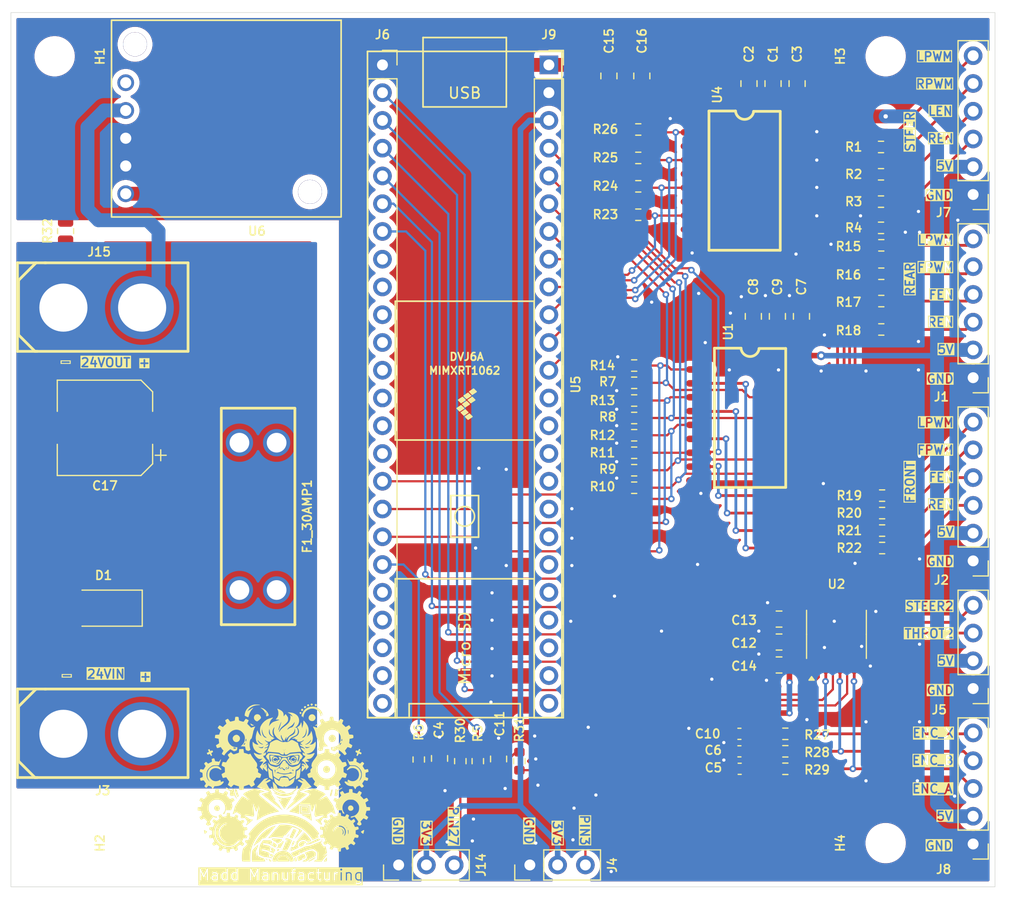
<source format=kicad_pcb>
(kicad_pcb (version 20241229) (generator "pcbnew") (generator_version "9.0")
  (layers (0 "F.Cu" signal) (2 "B.Cu" signal) (13 "F.Paste" user) (15 "B.Paste" user) (5 "F.SilkS" user "F.Silkscreen") (7 "B.SilkS" user "B.Silkscreen") (1 "F.Mask" user) (3 "B.Mask" user) (25 "Edge.Cuts" user))
  (net 0 "")
  (net 1 "+5V")
  (net 2 "GND")
  (net 3 "Net-(C5-Pad1)")
  (net 4 "Net-(C6-Pad1)")
  (net 5 "Net-(C10-Pad1)")
  (net 6 "+3.3V")
  (net 7 "Net-(J4-Pin_3)")
  (net 8 "GNDPWR")
  (net 9 "Net-(J14-Pin_3)")
  (net 11 "Net-(J6-Pin_19)")
  (net 12 "Net-(J6-Pin_22)")
  (net 13 "Net-(J6-Pin_21)")
  (net 14 "Net-(U4-1Y1)")
  (net 15 "/PIN_STEER_LPWM")
  (net 16 "Net-(U4-1Y2)")
  (net 17 "/PIN_STEER_RPWM")
  (net 18 "Net-(U4-1Y3)")
  (net 19 "/PIN_STEER_LEN")
  (net 20 "Net-(U4-1Y4)")
  (net 21 "/PIN_STEER_REN")
  (net 22 "Net-(J6-Pin_11)")
  (net 23 "/PIN_3")
  (net 24 "Net-(J6-Pin_23)")
  (net 25 "/PIN_27")
  (net 26 "/PIN_19")
  (net 27 "/PIN_20")
  (net 28 "/PIN_21")
  (net 29 "/PIN_22")
  (net 30 "/PIN_23")
  (net 31 "/PIN_24")
  (net 32 "Net-(U1-1Y1)")
  (net 33 "/PIN_REAR_RPWM")
  (net 34 "Net-(U1-1Y2)")
  (net 35 "/PIN_REAR_FPWM")
  (net 36 "/PIN_REAR_FEN")
  (net 37 "Net-(U1-1Y3)")
  (net 38 "Net-(U1-1Y4)")
  (net 39 "/PIN_REAR_REN")
  (net 40 "/PIN_FRONT_RPWM")
  (net 41 "Net-(U1-2Y1)")
  (net 42 "Net-(U1-2Y2)")
  (net 43 "/PIN_FRONT_FPWM")
  (net 44 "/PIN_FRONT_FEN")
  (net 45 "Net-(U1-2Y3)")
  (net 46 "Net-(U1-2Y4)")
  (net 47 "/PIN_FRONT_REN")
  (net 48 "/PIN_18")
  (net 49 "/PIN_17")
  (net 50 "/PIN_16")
  (net 51 "/PIN_15")
  (net 52 "/PIN_ENC_X")
  (net 53 "/PIN_ENC_B")
  (net 54 "/PIN_ENC_A")
  (net 55 "/PIN_26")
  (net 56 "/PIN_25")
  (net 58 "/PIN_4")
  (net 59 "/PIN_2")
  (net 60 "/PIN_0")
  (net 63 "/PIN_5")
  (net 64 "/PIN_STEERING2")
  (net 66 "/PIN_1")
  (net 67 "/PIN_THROTTLE2")
  (net 72 "Net-(J6-Pin_12)")
  (net 73 "Net-(J6-Pin_5)")
  (net 74 "Net-(J6-Pin_14)")
  (net 75 "Net-(J6-Pin_9)")
  (net 76 "Net-(J6-Pin_10)")
  (net 77 "Net-(J6-Pin_13)")
  (net 78 "Net-(J6-Pin_24)")
  (net 79 "Net-(J6-Pin_15)")
  (net 80 "Net-(J6-Pin_20)")
  (net 81 "Net-(J6-Pin_8)")
  (net 82 "Net-(J9-Pin_22)")
  (net 83 "Net-(J9-Pin_14)")
  (net 84 "Net-(J9-Pin_24)")
  (net 85 "Net-(J9-Pin_18)")
  (net 86 "Net-(J9-Pin_21)")
  (net 87 "Net-(J9-Pin_15)")
  (net 88 "Net-(J9-Pin_19)")
  (net 89 "Net-(J9-Pin_20)")
  (net 90 "Net-(J9-Pin_17)")
  (net 91 "Net-(J9-Pin_23)")
  (net 92 "Net-(J9-Pin_13)")
  (net 93 "Net-(J9-Pin_16)")
  (net 94 "+24V")
  (net 95 "/24VIN")
  (footprint "Capacitor_SMD:C_0603_1608Metric" (layer "F.Cu") (at 146.625 103.6 180)
    (property "Reference" "C6")
    (property "Value" "100pF")
  )
  (footprint "Resistor_SMD:R_0603_1608Metric" (layer "F.Cu") (at 137 77.88 180)
    (property "Reference" "R9")
    (property "Value" "10k")
  )
  (footprint "Capacitor_SMD:C_0805_2012Metric" (layer "F.Cu") (at 149.7 42.5 90)
    (property "Reference" "C1")
    (property "Value" "100nF")
  )
  (footprint "Resistor_SMD:R_0603_1608Metric" (layer "F.Cu") (at 137 69.88 180)
    (property "Reference" "R7")
    (property "Value" "10k")
  )
  (footprint "Resistor_SMD:R_0603_1608Metric" (layer "F.Cu") (at 126.5 104.5 -90)
    (property "Reference" "R31")
    (property "Value" "100R")
  )
  (footprint "Resistor_SMD:R_0603_1608Metric" (layer "F.Cu") (at 137 74.68 180)
    (property "Reference" "R12")
    (property "Value" "10k")
  )
  (footprint "Library:D24V50F5" (layer "F.Cu") (at 89.2 36.705 -90)
    (property "Reference" "U6")
    (property "Value" "D24V50F5")
  )
  (footprint "Capacitor_SMD:C_0805_2012Metric" (layer "F.Cu") (at 150.25 91.5 180)
    (property "Reference" "C13")
    (property "Value" "1uF")
  )
  (footprint "Resistor_SMD:R_0603_1608Metric" (layer "F.Cu") (at 137 68.3 180)
    (property "Reference" "R14")
    (property "Value" "10k")
  )
  (footprint "Capacitor_SMD:C_0805_2012Metric" (layer "F.Cu") (at 147.5 42.5 90)
    (property "Reference" "C2")
    (property "Value" "1uF")
  )
  (footprint "Library:SOIC-20_L12.8-W7.5-P1.27-LS10.3-BL" (layer "F.Cu") (at 147.1 51.4 -90)
    (property "Reference" "U4")
    (property "Value" "SN74AHCT244")
  )
  (footprint "Connector_PinHeader_2.54mm:PinHeader_1x06_P2.54mm_Vertical" (layer "F.Cu") (at 168 69.4125 180)
    (property "Reference" "J1")
    (property "Value" "Conn_01x06")
  )
  (footprint "Resistor_SMD:R_0603_1608Metric" (layer "F.Cu") (at 159.6 57.3)
    (property "Reference" "R15")
    (property "Value" "33R")
  )
  (footprint "MountingHole:MountingHole_3.2mm_M3" (layer "F.Cu") (at 84 40 -90)
    (property "Reference" "H1")
    (property "Value" "MountingHole")
  )
  (footprint "Capacitor_SMD:C_0805_2012Metric" (layer "F.Cu") (at 150.25 95.7 180)
    (property "Reference" "C14")
    (property "Value" "10uF")
  )
  (footprint "Capacitor_SMD:C_0805_2012Metric" (layer "F.Cu") (at 152.3 63.8 90)
    (property "Reference" "C7")
    (property "Value" "100nF")
  )
  (footprint "Capacitor_SMD:C_0603_1608Metric" (layer "F.Cu") (at 146.65 105.2 180)
    (property "Reference" "C5")
    (property "Value" "100pF")
  )
  (footprint "MountingHole:MountingHole_3.2mm_M3" (layer "F.Cu") (at 160 40 90)
    (property "Reference" "H3")
    (property "Value" "MountingHole")
  )
  (footprint "Connector_PinHeader_2.54mm:PinHeader_1x03_P2.54mm_Vertical" (layer "F.Cu") (at 127.46 114 90)
    (property "Reference" "J4")
    (property "Value" "Conn_01x03")
  )
  (footprint "Connector_PinHeader_2.54mm:PinHeader_1x03_P2.54mm_Vertical" (layer "F.Cu") (at 115.46 114 90)
    (property "Reference" "J14")
    (property "Value" "Conn_01x03")
  )
  (footprint "Capacitor_SMD:C_0805_2012Metric" (layer "F.Cu") (at 137.7 41.8 90)
    (property "Reference" "C16")
    (property "Value" "4.7uF")
  )
  (footprint "Capacitor_SMD:C_0805_2012Metric" (layer "F.Cu") (at 150.25 93.6 180)
    (property "Reference" "C12")
    (property "Value" "100nF")
  )
  (footprint "Resistor_SMD:R_0603_1608Metric" (layer "F.Cu") (at 159.575 50.8)
    (property "Reference" "R2")
    (property "Value" "33R")
  )
  (footprint "Resistor_SMD:R_0603_1608Metric" (layer "F.Cu") (at 137.375 46.7 180)
    (property "Reference" "R26")
    (property "Value" "10k")
  )
  (footprint "Resistor_SMD:R_0603_1608Metric" (layer "F.Cu") (at 159.6 62.4)
    (property "Reference" "R17")
    (property "Value" "33R")
  )
  (footprint "Connector_PinHeader_2.54mm:PinHeader_1x04_P2.54mm_Vertical" (layer "F.Cu") (at 168 97.8575 180)
    (property "Reference" "J5")
    (property "Value" "Conn_01x04")
  )
  (footprint "Resistor_SMD:R_0603_1608Metric" (layer "F.Cu") (at 137 79.48 180)
    (property "Reference" "R10")
    (property "Value" "10k")
  )
  (footprint "Capacitor_SMD:C_0805_2012Metric" (layer "F.Cu") (at 119.2 104.25 90)
    (property "Reference" "C4")
    (property "Value" "100nF")
  )
  (footprint "Resistor_SMD:R_0603_1608Metric" (layer "F.Cu") (at 117.3 104.35 90)
    (property "Reference" "R6")
    (property "Value" "33R")
  )
  (footprint "Capacitor_SMD:C_0603_1608Metric" (layer "F.Cu") (at 146.625 102 180)
    (property "Reference" "C10")
    (property "Value" "100pF")
  )
  (footprint "Resistor_SMD:R_0603_1608Metric" (layer "F.Cu") (at 122.7 104.5 90)
    (property "Reference" "R5")
    (property "Value" "33R")
  )
  (footprint "Resistor_SMD:R_0603_1608Metric" (layer "F.Cu") (at 150.825 102)
    (property "Reference" "R27")
    (property "Value" "100R")
  )
  (footprint "Resistor_SMD:R_0805_2012Metric" (layer "F.Cu") (at 85 56 90)
    (property "Reference" "R32")
    (property "Value" "0R")
  )
  (footprint "Capacitor_SMD:C_0805_2012Metric" (layer "F.Cu") (at 124.6 104.3 90)
    (property "Reference" "C11")
    (property "Value" "100nF")
  )
  (footprint "Resistor_SMD:R_0603_1608Metric" (layer "F.Cu") (at 137 73.1 180)
    (property "Reference" "R8")
    (property "Value" "10k")
  )
  (footprint "Resistor_SMD:R_0603_1608Metric" (layer "F.Cu") (at 159.675 85)
    (property "Reference" "R22")
    (property "Value" "33R")
  )
  (footprint "Capacitor_SMD:CP_Elec_8x10.5" (layer "F.Cu") (at 88.6 74 180)
    (property "Reference" "C17")
    (property "Value" "220uF/35V")
  )
  (footprint "Package_SO:TSSOP-16_4.4x5mm_P0.65mm" (layer "F.Cu") (at 155.5 92.9 90)
    (property "Reference" "U2")
    (property "Value" "CD74HC4050")
  )
  (footprint "Connector_PinSocket_2.54mm:PinSocket_1x24_P2.54mm_Vertical" (layer "F.Cu") (at 129.2 40.79)
    (property "Reference" "J9")
    (property "Value" "Conn_01x24")
  )
  (footprint "Resistor_SMD:R_0603_1608Metric" (layer "F.Cu") (at 150.825 103.6)
    (property "Reference" "R28")
    (property "Value" "100R")
  )
  (footprint "Capacitor_SMD:C_0805_2012Metric" (layer "F.Cu") (at 151.9 42.5 90)
    (property "Reference" "C3")
    (property "Value" "10uF")
  )
  (footprint "Connector_PinHeader_2.54mm:PinHeader_1x05_P2.54mm_Vertical" (layer "F.Cu") (at 168 112.08 180)
    (property "Reference" "J8")
    (property "Value" "Conn_01x05")
  )
  (footprint "Library:FUSE-TH_4P-L19.8-W6.7_3557-2" (layer "F.Cu") (at 102.6 82.1 -90)
    (property "Reference" "F1_30AMP1")
    (property "Value" "Fuse")
  )
  (footprint "Resistor_SMD:R_0603_1608Metric" (layer "F.Cu") (at 159.675 83.4)
    (property "Reference" "R21")
    (property "Value" "33R")
  )
  (footprint "Library:CONN-TH_XT60" (layer "F.Cu") (at 88.4 63)
    (property "Reference" "J15")
    (property "Value" "XT60-M.")
  )
  (footprint "Connector_PinHeader_2.54mm:PinHeader_1x06_P2.54mm_Vertical" (layer "F.Cu") (at 168 86.175 180)
    (property "Reference" "J2")
    (property "Value" "Conn_01x06")
  )
  (footprint "Resistor_SMD:R_0603_1608Metric" (layer "F.Cu") (at 159.6 65)
    (property "Reference" "R18")
    (property "Value" "33R")
  )
  (footprint "Resistor_SMD:R_0603_1608Metric" (layer "F.Cu") (at 159.675 81.8)
    (property "Reference" "R20")
    (property "Value" "33R")
  )
  (footprint "Resistor_SMD:R_0603_1608Metric" (layer "F.Cu") (at 159.575 48.3)
    (property "Reference" "R1")
    (property "Value" "33R")
  )
  (footprint "LOGO" (layer "F.Cu") (at 105 106.5)
    (property "Reference" "G***" (hide yes))
    (property "Value" "LOGO" (hide yes))
  )
  (footprint "Library:SOIC-20_L12.8-W7.5-P1.27-LS10.3-BL" (layer "F.Cu") (at 147.6 73.1 -90)
    (property "Reference" "U1")
    (property "Value" "SN74AHCT244")
  )
  (footprint "Diode_SMD:D_SMA" (layer "F.Cu") (at 88.5 90.5 180)
    (property "Reference" "D1")
    (property "Value" "SMAJ33A")
  )
  (footprint "Resistor_SMD:R_0603_1608Metric" (layer "F.Cu") (at 137 71.5 180)
    (property "Reference" "R13")
    (property "Value" "10k")
  )
  (footprint "Resistor_SMD:R_0603_1608Metric" (layer "F.Cu") (at 137.375 51.9 180)
    (property "Reference" "R24")
    (property "Value" "10k")
  )
  (footprint "Resistor_SMD:R_0603_1608Metric" (layer "F.Cu") (at 159.675 80.2)
    (property "Reference" "R19")
    (property "Value" "33R")
  )
  (footprint "Library:Teensy41" (layer "F.Cu") (at 121.5 70.035 -90)
    (property "Reference" "U5")
    (property "Value" "Teensy4.1")
  )
  (footprint "Resistor_SMD:R_0603_1608Metric" (layer "F.Cu") (at 159.575 55.7)
    (property "Reference" "R4")
    (property "Value" "33R")
  )
  (footprint "Resistor_SMD:R_0603_1608Metric" (layer "F.Cu") (at 137 76.28 180)
    (property "Reference" "R11")
    (property "Value" "10k")
  )
  (footprint "MountingHole:MountingHole_3.2mm_M3" (layer "F.Cu") (at 84 112 -90)
    (property "Reference" "H2")
    (property "Value" "MountingHole")
  )
  (footprint "Capacitor_SMD:C_0805_2012Metric" (layer "F.Cu") (at 134.69 41.8 90)
    (property "Reference" "C15")
    (property "Value" "100nF")
  )
  (footprint "Capacitor_SMD:C_0805_2012Metric" (layer "F.Cu") (at 147.9 63.8 90)
    (property "Reference" "C8")
    (property "Value" "1uF")
  )
  (footprint "Resistor_SMD:R_0603_1608Metric" (layer "F.Cu") (at 159.575 53.3)
    (property "Reference" "R3")
    (property "Value" "33R")
  )
  (footprint "Capacitor_SMD:C_0805_2012Metric" (layer "F.Cu") (at 150.1 63.8 90)
    (property "Reference" "C9")
    (property "Value" "10uF")
  )
  (footprint "Library:CONN-TH_XT60" (layer "F.Cu") (at 88.4 102)
    (property "Reference" "J3")
    (property "Value" "XT60-M.")
  )
  (footprint "Resistor_SMD:R_0603_1608Metric" (layer "F.Cu") (at 159.6 59.9)
    (property "Reference" "R16")
    (property "Value" "33R")
  )
  (footprint "Resistor_SMD:R_0603_1608Metric" (layer "F.Cu") (at 137.375 54.5 180)
    (property "Reference" "R23")
    (property "Value" "10k")
  )
  (footprint "Resistor_SMD:R_0603_1608Metric" (layer "F.Cu") (at 150.825 105.2)
    (property "Reference" "R29")
    (property "Value" "100R")
  )
  (footprint "Resistor_SMD:R_0603_1608Metric" (layer "F.Cu") (at 121.1 104.5 -90)
    (property "Reference" "R30")
    (property "Value" "100R")
  )
  (footprint "Connector_PinSocket_2.54mm:PinSocket_1x24_P2.54mm_Vertical" (layer "F.Cu") (at 113.98 40.79)
    (property "Reference" "J6")
    (property "Value" "Conn_01x24")
  )
  (footprint "Resistor_SMD:R_0603_1608Metric" (layer "F.Cu") (at 137.375 49.3 180)
    (property "Reference" "R25")
    (property "Value" "10k")
  )
  (footprint "MountingHole:MountingHole_3.2mm_M3" (layer "F.Cu") (at 160 112 90)
    (property "Reference" "H4")
    (property "Value" "MountingHole")
  )
  (footprint "Connector_PinHeader_2.54mm:PinHeader_1x06_P2.54mm_Vertical" (layer "F.Cu") (at 168 52.65 180)
    (property "Reference" "J7")
    (property "Value" "Conn_01x06")
  )
  (gr_rect (start 80 36) (end 170 116) (stroke (width 0.05)) (fill no) (layer "Edge.Cuts"))
  (gr_text "LEN" (at 166.2 45.5 0) (layer "F.SilkS" knockout) (effects (font (size 0.8 0.8) (thickness 0.15) (bold yes)) (justify right bottom)))
  (gr_text "REN" (at 166.3 48 0) (layer "F.SilkS" knockout) (effects (font (size 0.8 0.8) (thickness 0.15) (bold yes)) (justify right bottom)))
  (gr_text "Madd Manufacturing" (at 97 115.5 0) (layer "F.SilkS" knockout) (effects (font (size 1 1) (thickness 0.1)) (justify left bottom)))
  (gr_text "REN" (at 166.3 81.5 0) (layer "F.SilkS" knockout) (effects (font (size 0.8 0.8) (thickness 0.15) (bold yes)) (justify right bottom)))
  (gr_text "GND" (at 166.3 70 0) (layer "F.SilkS" knockout) (effects (font (size 0.8 0.8) (thickness 0.15) (bold yes)) (justify right bottom)))
  (gr_text "ENC_X" (at 166.3 102.4 0) (layer "F.SilkS" knockout) (effects (font (size 0.8 0.8) (thickness 0.15) (bold yes)) (justify right bottom)))
  (gr_text "GND" (at 166.3 86.7 0) (layer "F.SilkS" knockout) (effects (font (size 0.8 0.8) (thickness 0.15) (bold yes)) (justify right bottom)))
  (gr_text "PIN3" (at 132 112.3 270) (layer "F.SilkS" knockout) (effects (font (size 0.8 0.8) (thickness 0.15) (bold yes)) (justify right bottom)))
  (gr_text "GND" (at 166.2 112.7 0) (layer "F.SilkS" knockout) (effects (font (size 0.8 0.8) (thickness 0.15) (bold yes)) (justify right bottom)))
  (gr_text "3V3" (at 117.5 112.3 270) (layer "F.SilkS" knockout) (effects (font (size 0.8 0.8) (thickness 0.15) (bold yes)) (justify right bottom)))
  (gr_text "5V" (at 166.2 50.5 0) (layer "F.SilkS" knockout) (effects (font (size 0.8 0.8) (thickness 0.15) (bold yes)) (justify right bottom)))
  (gr_text "GND" (at 166.3 98.5 0) (layer "F.SilkS" knockout) (effects (font (size 0.8 0.8) (thickness 0.15) (bold yes)) (justify right bottom)))
  (gr_text "GND" (at 166.2 53.2 0) (layer "F.SilkS" knockout) (effects (font (size 0.8 0.8) (thickness 0.15) (bold yes)) (justify right bottom)))
  (gr_text "STEER2" (at 166.3 90.8 0) (layer "F.SilkS" knockout) (effects (font (size 0.8 0.8) (thickness 0.15) (bold yes)) (justify right bottom)))
  (gr_text "FPWM" (at 166.3 76.5 0) (layer "F.SilkS" knockout) (effects (font (size 0.8 0.8) (thickness 0.15) (bold yes)) (justify right bottom)))
  (gr_text "REAR" (at 162.7 58.8 90) (layer "F.SilkS" knockout) (effects (font (size 0.8 0.8) (thickness 0.15) (bold yes)) (justify right bottom)))
  (gr_text "REN" (at 166.3 64.8 0) (layer "F.SilkS" knockout) (effects (font (size 0.8 0.8) (thickness 0.15) (bold yes)) (justify right bottom)))
  (gr_text "GND" (at 126.9 112.2 270) (layer "F.SilkS" knockout) (effects (font (size 0.8 0.8) (thickness 0.15) (bold yes)) (justify right bottom)))
  (gr_text "3V3" (at 129.5 112.3 270) (layer "F.SilkS" knockout) (effects (font (size 0.8 0.8) (thickness 0.15) (bold yes)) (justify right bottom)))
  (gr_text "24VIN" (at 90.5 97 0) (layer "F.SilkS" knockout) (effects (font (size 0.8 0.8) (thickness 0.15) (bold yes)) (justify right bottom)))
  (gr_text "ENC_B" (at 166.3 104.9 0) (layer "F.SilkS" knockout) (effects (font (size 0.8 0.8) (thickness 0.15) (bold yes)) (justify right bottom)))
  (gr_text "5V" (at 166.2 110 0) (layer "F.SilkS" knockout) (effects (font (size 0.8 0.8) (thickness 0.15) (bold yes)) (justify right bottom)))
  (gr_text "5V" (at 166.3 95.8 0) (layer "F.SilkS" knockout) (effects (font (size 0.8 0.8) (thickness 0.15) (bold yes)) (justify right bottom)))
  (gr_text "PIN27" (at 120 112.3 270) (layer "F.SilkS" knockout) (effects (font (size 0.8 0.8) (thickness 0.15) (bold yes)) (justify right bottom)))
  (gr_text "ENC_A" (at 166.2 107.5 0) (layer "F.SilkS" knockout) (effects (font (size 0.8 0.8) (thickness 0.15) (bold yes)) (justify right bottom)))
  (gr_text "LPWM" (at 166.3 57.3 0) (layer "F.SilkS" knockout) (effects (font (size 0.8 0.8) (thickness 0.15) (bold yes)) (justify right bottom)))
  (gr_text "RPWM" (at 166.3 43 0) (layer "F.SilkS" knockout) (effects (font (size 0.8 0.8) (thickness 0.15) (bold yes)) (justify right bottom)))
  (gr_text "+" (at 92.9 97.2 0) (layer "F.SilkS" knockout) (effects (font (size 0.8 0.8) (thickness 0.15) (bold yes)) (justify right bottom)))
  (gr_text "FPWM" (at 166.3 59.8 0) (layer "F.SilkS" knockout) (effects (font (size 0.8 0.8) (thickness 0.15) (bold yes)) (justify right bottom)))
  (gr_text "LPWM" (at 166.2 40.5 0) (layer "F.SilkS" knockout) (effects (font (size 0.8 0.8) (thickness 0.15) (bold yes)) (justify right bottom)))
  (gr_text "STEER" (at 162.7 45 90) (layer "F.SilkS" knockout) (effects (font (size 0.8 0.8) (thickness 0.15) (bold yes)) (justify right bottom)))
  (gr_text "FEN" (at 166.3 62.3 0) (layer "F.SilkS" knockout) (effects (font (size 0.8 0.8) (thickness 0.15) (bold yes)) (justify right bottom)))
  (gr_text "24VOUT" (at 91 68.5 0) (layer "F.SilkS" knockout) (effects (font (size 0.8 0.8) (thickness 0.15) (bold yes)) (justify right bottom)))
  (gr_text "FEN" (at 166.3 79 0) (layer "F.SilkS" knockout) (effects (font (size 0.8 0.8) (thickness 0.15) (bold yes)) (justify right bottom)))
  (gr_text "5V" (at 166.3 67.3 0) (layer "F.SilkS" knockout) (effects (font (size 0.8 0.8) (thickness 0.15) (bold yes)) (justify right bottom)))
  (gr_text "5V" (at 166.3 84 0) (layer "F.SilkS" knockout) (effects (font (size 0.8 0.8) (thickness 0.15) (bold yes)) (justify right bottom)))
  (gr_text "-" (at 85.7 97.1 0) (layer "F.SilkS" knockout) (effects (font (size 0.8 0.8) (thickness 0.15) (bold yes)) (justify right bottom)))
  (gr_text "THROT2" (at 166.3 93.3 0) (layer "F.SilkS" knockout) (effects (font (size 0.8 0.8) (thickness 0.15) (bold yes)) (justify right bottom)))
  (gr_text "GND" (at 114.9 112.2 270) (layer "F.SilkS" knockout) (effects (font (size 0.8 0.8) (thickness 0.15) (bold yes)) (justify right bottom)))
  (gr_text "FRONT" (at 162.7 77 90) (layer "F.SilkS" knockout) (effects (font (size 0.8 0.8) (thickness 0.15) (bold yes)) (justify right bottom)))
  (gr_text "-" (at 85.6 68.4 0) (layer "F.SilkS" knockout) (effects (font (size 0.8 0.8) (thickness 0.15) (bold yes)) (justify right bottom)))
  (gr_text "+" (at 92.8 68.5 0) (layer "F.SilkS" knockout) (effects (font (size 0.8 0.8) (thickness 0.15) (bold yes)) (justify right bottom)))
  (gr_text "LPWM" (at 166.3 74 0) (layer "F.SilkS" knockout) (effects (font (size 0.8 0.8) (thickness 0.15) (bold yes)) (justify right bottom)))
  (segment (start 154.95 43.45) (end 157 45.5) (width 1.27) (layer "F.Cu") (net 1))
  (segment (start 154.09 67.39) (end 154.1 67.4) (width 0.508) (layer "F.Cu") (net 1))
  (segment (start 152.3 67.39) (end 154.09 67.39) (width 0.508) (layer "F.Cu") (net 1))
  (segment (start 102.33 47.67) (end 97.42 52.58) (width 1.27) (layer "F.Cu") (net 1))
  (segment (start 157 45.5) (end 160 45.5) (width 1.27) (layer "F.Cu") (net 1))
  (segment (start 151.8 45.69) (end 151.8 43.55) (width 0.508) (layer "F.Cu") (net 1))
  (segment (start 151.9 43.45) (end 154.95 43.45) (width 1.27) (layer "F.Cu") (net 1))
  (segment (start 151.8 43.55) (end 151.9 43.45) (width 0.508) (layer "F.Cu") (net 1))
  (segment (start 102.33 41.37) (end 105.7 38) (width 1.27) (layer "F.Cu") (net 1))
  (segment (start 152.3 64.75) (end 147.9 64.75) (width 0.508) (layer "F.Cu") (net 1))
  (segment (start 141.39 40.79) (end 144.05 43.45) (width 1.27) (layer "F.Cu") (net 1))
  (segment (start 97.42 52.58) (end 90.5 52.58) (width 1.27) (layer "F.Cu") (net 1))
  (segment (start 126.09 40.79) (end 129.2 40.79) (width 1.27) (layer "F.Cu") (net 1))
  (segment (start 147.5 43.45) (end 151.9 43.45) (width 1.27) (layer "F.Cu") (net 1))
  (segment (start 129.2 40.79) (end 141.39 40.79) (width 1.27) (layer "F.Cu") (net 1))
  (segment (start 105.7 38) (end 123.3 38) (width 1.27) (layer "F.Cu") (net 1))
  (segment (start 152.3 64.75) (end 152.3 67.39) (width 0.508) (layer "F.Cu") (net 1))
  (segment (start 123.3 38) (end 126.09 40.79) (width 1.27) (layer "F.Cu") (net 1))
  (segment (start 102.33 41.37) (end 102.33 47.67) (width 1.27) (layer "F.Cu") (net 1))
  (segment (start 144.05 43.45) (end 147.5 43.45) (width 1.27) (layer "F.Cu") (net 1))
  (via (at 154.1 67.4) (size 0.8) (drill 0.4) (layers "F.Cu" "B.Cu") (net 1))
  (via (at 160 45.5) (size 0.8) (drill 0.4) (layers "F.Cu" "B.Cu") (net 1))
  (segment (start 154.1 67.4) (end 164.7 67.4) (width 0.508) (layer "B.Cu") (net 1))
  (segment (start 160 45.5) (end 162.5 45.5) (width 1.27) (layer "B.Cu") (net 1))
  (segment (start 164.7 50.2) (end 164.7 66.8) (width 1.27) (layer "B.Cu") (net 1))
  (segment (start 168 83.635) (end 164.765 83.635) (width 1.27) (layer "B.Cu") (net 1))
  (segment (start 162.5 45.5) (end 164.7 47.7) (width 1.27) (layer "B.Cu") (net 1))
  (segment (start 164.765 83.635) (end 164.7 83.7) (width 1.27) (layer "B.Cu") (net 1))
  (segment (start 164.7725 66.8725) (end 164.7 66.8) (width 1.27) (layer "B.Cu") (net 1))
  (segment (start 164.7 83.7) (end 164.7 95.3) (width 1.27) (layer "B.Cu") (net 1))
  (segment (start 168 66.8725) (end 164.7725 66.8725) (width 1.27) (layer "B.Cu") (net 1))
  (segment (start 164.7175 95.3175) (end 164.7 95.3) (width 1.27) (layer "B.Cu") (net 1))
  (segment (start 168 50.11) (end 164.79 50.11) (width 1.27) (layer "B.Cu") (net 1))
  (segment (start 165.86 109.54) (end 168 109.54) (width 1.27) (layer "B.Cu") (net 1))
  (segment (start 164.7 95.3) (end 164.7 108.38) (width 1.27) (layer "B.Cu") (net 1))
  (segment (start 168 95.3175) (end 164.7175 95.3175) (width 1.27) (layer "B.Cu") (net 1))
  (segment (start 164.7 47.7) (end 164.7 50.2) (width 1.27) (layer "B.Cu") (net 1))
  (segment (start 164.7 66.8) (end 164.7 67.4) (width 1.27) (layer "B.Cu") (net 1))
  (segment (start 164.7 67.4) (end 164.7 83.7) (width 1.27) (layer "B.Cu") (net 1))
  (segment (start 164.79 50.11) (end 164.7 50.2) (width 1.27) (layer "B.Cu") (net 1))
  (segment (start 164.7 108.38) (end 165.86 109.54) (width 1.27) (layer "B.Cu") (net 1))
  (segment (start 142.4 45.69) (end 140.31 45.69) (width 0.508) (layer "F.Cu") (net 2))
  (segment (start 140.31 45.69) (end 140.3 45.7) (width 0.508) (layer "F.Cu") (net 2))
  (via (at 145.8 63.5) (size 0.6) (drill 0.3) (layers "F.Cu" "B.Cu") (net 2))
  (via (at 131.3 84.1) (size 0.6) (drill 0.3) (layers "F.Cu" "B.Cu") (net 2))
  (via (at 144.1 97) (size 0.6) (drill 0.3) (layers "F.Cu" "B.Cu") (net 2))
  (via (at 125.3 86.6) (size 0.6) (drill 0.3) (layers "F.Cu" "B.Cu") (net 2))
  (via (at 124 89.1) (size 0.6) (drill 0.3) (layers "F.Cu" "B.Cu") (net 2))
  (via (at 149 61.9) (size 0.6) (drill 0.3) (layers "F.Cu" "B.Cu") (net 2))
  (via (at 123.9 99.1) (size 0.6) (drill 0.3) (layers "F.Cu" "B.Cu") (net 2))
  (via (at 124 91.6) (size 0.6) (drill 0.3) (layers "F.Cu" "B.Cu") (net 2))
  (via (at 125.3 77.8) (size 0.6) (drill 0.3) (layers "F.Cu" "B.Cu") (net 2))
  (via (at 151.2 61.9) (size 0.6) (drill 0.3) (layers "F.Cu" "B.Cu") (net 2))
  (via (at 163.1 76.6) (size 0.6) (drill 0.3) (layers "F.Cu" "B.Cu") (net 2))
  (via (at 132.8 101.4) (size 0.6) (drill 0.3) (layers "F.Cu" "B.Cu") (net 2))
  (via (at 135.4 75.4) (size 0.6) (drill 0.3) (layers "F.Cu" "B.Cu") (net 2))
  (via (at 155.3 91.7) (size 0.6) (drill 0.3) (layers "F.Cu" "B.Cu") (net 2))
  (via (at 142.8 86.5) (size 0.6) (drill 0.3) (layers "F.Cu" "B.Cu") (net 2))
  (via (at 157.8 94) (size 0.6) (drill 0.3) (layers "F.Cu" "B.Cu") (net 2))
  (via (at 122.3 109.8) (size 0.6) (drill 0.3) (layers "F.Cu" "B.Cu") (net 2))
  (via (at 135.2 89.4) (size 0.6) (drill 0.3) (layers "F.Cu" "B.Cu") (net 2))
  (via (at 150.2 68.7) (size 0.6) (drill 0.3) (layers "F.Cu" "B.Cu") (net 2))
  (via (at 146.8 62) (size 0.6) (drill 0.3) (layers "F.Cu" "B.Cu") (net 2))
  (via (at 145.2 104.4) (size 0.6) (drill 0.3) (layers "F.Cu" "B.Cu") (net 2))
  (via (at 143.5 66.2) (size 0.6) (drill 0.3) (layers "F.Cu" "B.Cu") (net 2))
  (via (at 128 112) (size 0.6) (drill 0.3) (layers "F.Cu" "B.Cu") (net 2))
  (via (at 142.3 58) (size 0.6) (drill 0.3) (layers "F.Cu" "B.Cu") (net 2))
  (via (at 155 57.2) (size 0.6) (drill 0.3) (layers "F.Cu" "B.Cu") (net 2))
  (via (at 159.1 90.8) (size 0.6) (drill 0.3) (layers "F.Cu" "B.Cu") (net 2))
  (via (at 135.4 78.6) (size 0.6) (drill 0.3) (layers "F.Cu" "B.Cu") (net 2))
  (via (at 135.4 70.6) (size 0.6) (drill 0.3) (layers "F.Cu" "B.Cu") (net 2))
  (via (at 131.5 108.8) (size 0.6) (drill 0.3) (layers "F.Cu" "B.Cu") (net 2))
  (via (at 157.2 86.4) (size 0.6) (drill 0.3) (layers "F.Cu" "B.Cu") (net 2))
  (via (at 151.8 58.1) (size 0.6) (drill 0.3) (layers "F.Cu" "B.Cu") (net 2))
  (via (at 127.9 102.2) (size 0.6) (drill 0.3) (layers "F.Cu" "B.Cu") (net 2))
  (via (at 154.4 94.1) (size 0.6) (drill 0.3) (layers "F.Cu" "B.Cu") (net 2))
  (via (at 142 101.5) (size 0.6) (drill 0.3) (layers "F.Cu" "B.Cu") (net 2))
  (via (at 142.9 61.7) (size 0.6) (drill 0.3) (layers "F.Cu" "B.Cu") (net 2))
  (via (at 154.1 68.8) (size 0.6) (drill 0.3) (layers "F.Cu" "B.Cu") (net 2))
  (via (at 149.1 97.1) (size 0.6) (drill 0.3) (layers "F.Cu" "B.Cu") (net 2))
  (via (at 119.9 111.9) (size 0.6) (drill 0.3) (layers "F.Cu" "B.Cu") (net 2))
  (via (at 166.3 107.7) (size 0.6) (drill 0.3) (layers "F.Cu" "B.Cu") (net 2))
  (via (at 148.4 94.7) (size 0.6) (drill 0.3) (layers "F.Cu" "B.Cu") (net 2))
  (via (at 163 54.2) (size 0.6) (drill 0.3) (layers "F.Cu" "B.Cu") (net 2))
  (via (at 140.3 45.7) (size 0.6) (drill 0.3) (layers "F.Cu" "B.Cu") (net 2))
  (via (at 143.1 80) (size 0.6) (drill 0.3) (layers "F.Cu" "B.Cu") (net 2))
  (via (at 133.5 107.6) (size 0.6) (drill 0.3) (layers "F.Cu" "B.Cu") (net 2))
  (via (at 122.5 85) (size 0.6) (drill 0.3) (layers "F.Cu" "B.Cu") (net 2))
  (via (at 135.4 73.8) (size 0.6) (drill 0.3) (layers "F.Cu" "B.Cu") (net 2))
  (via (at 122.2 111.8) (size 0.6) (drill 0.3) (layers "F.Cu" "B.Cu") (net 2))
  (via (at 124 94.2) (size 0.6) (drill 0.3) (layers "F.Cu" "B.Cu") (net 2))
  (via (at 163.1 56.1) (size 0.6) (drill 0.3) (layers "F.Cu" "B.Cu") (net 2))
  (via (at 128 104.3) (size 0.6) (drill 0.3) (layers "F.Cu" "B.Cu") (net 2))
  (via (at 163.1 86) (size 0.6) (drill 0.3) (layers "F.Cu" "B.Cu") (net 2))
  (via (at 124.6 102.4) (size 0.6) (drill 0.3) (layers "F.Cu" "B.Cu") (net 2))
  (via (at 128.2 106.7) (size 0.6) (drill 0.3) (layers "F.Cu" "B.Cu") (net 2))
  (via (at 135.5 67.5) (size 0.6) (drill 0.3) (layers "F.Cu" "B.Cu") (net 2))
  (via (at 138.6 62.5) (size 0.6) (drill 0.3) (layers "F.Cu" "B.Cu") (net 2))
  (via (at 148.4 92.6) (size 0.6) (drill 0.3) (layers "F.Cu" "B.Cu") (net 2))
  (via (at 145.2 102.8) (size 0.6) (drill 0.3) (layers "F.Cu" "B.Cu") (net 2))
  (via (at 154.3 79.1) (size 0.6) (drill 0.3) (layers "F.Cu" "B.Cu") (net 2))
  (via (at 163.1 93.8) (size 0.6) (drill 0.3) (layers "F.Cu" "B.Cu") (net 2))
  (via (at 158.2 106.3) (size 0.6) (drill 0.3) (layers "F.Cu" "B.Cu") (net 2))
  (via (at 131.3 86.6) (size 0.6) (drill 0.3) (layers "F.Cu" "B.Cu") (net 2))
  (via (at 163.1 100.9) (size 0.6) (drill 0.3) (layers "F.Cu" "B.Cu") (net 2))
  (via (at 125.2 107) (size 0.6) (drill 0.3) (layers "F.Cu" "B.Cu") (net 2))
  (via (at 157.7 54.6) (size 0.6) (drill 0.3) (layers "F.Cu" "B.Cu") (net 2))
  (via (at 153.7 46.9) (size 0.6) (drill 0.3) (layers "F.Cu" "B.Cu") (net 2))
  (via (at 163 66.1) (size 0.6) (drill 0.3) (layers "F.Cu" "B.Cu") (net 2))
  (via (at 158.2 100.9) (size 0.6) (drill 0.3) (layers "F.Cu" "B.Cu") (net 2))
  (via (at 163 68.7) (size 0.6) (drill 0.3) (layers "F.Cu" "B.Cu") (net 2))
  (via (at 153.7 54.6) (size 0.6) (drill 0.3) (layers "F.Cu" "B.Cu") (net 2))
  (via (at 166.6 55) (size 0.6) (drill 0.3) (layers "F.Cu" "B.Cu") (net 2))
  (via (at 131.2 91.7) (size 0.6) (drill 0.3) (layers "F.Cu" "B.Cu") (net 2))
  (via (at 139.5 92.6) (size 0.6) (drill 0.3) (layers "F.Cu" "B.Cu") (net 2))
  (via (at 153.7 52) (size 0.6) (drill 0.3) (layers "F.Cu" "B.Cu") (net 2))
  (via (at 119.2 102.3) (size 0.6) (drill 0.3) (layers "F.Cu" "B.Cu") (net 2))
  (via (at 149.2 90) (size 0.6) (drill 0.3) (layers "F.Cu" "B.Cu") (net 2))
  (via (at 163.1 90.7) (size 0.6) (drill 0.3) (layers "F.Cu" "B.Cu") (net 2))
  (via (at 119.7 107.2) (size 0.6) (drill 0.3) (layers "F.Cu" "B.Cu") (net 2))
  (via (at 134.9 114.6) (size 0.6) (drill 0.3) (layers "F.Cu" "B.Cu") (net 2))
  (via (at 161.8 56.1) (size 0.6) (drill 0.3) (layers "F.Cu" "B.Cu") (net 2))
  (via (at 145.7 68.7) (size 0.6) (drill 0.3) (layers "F.Cu" "B.Cu") (net 2))
  (via (at 158.2 68.8) (size 0.6) (drill 0.3) (layers "F.Cu" "B.Cu") (net 2))
  (via (at 154.4 65.5) (size 0.6) (drill 0.3) (layers "F.Cu" "B.Cu") (net 2))
  (via (at 135.4 72.3) (size 0.6) (drill 0.3) (layers "F.Cu" "B.Cu") (net 2))
  (via (at 131.4 111.7) (size 0.6) (drill 0.3) (layers "F.Cu" "B.Cu") (net 2))
  (via (at 152.8 100.7) (size 0.6) (drill 0.3) (layers "F.Cu" "B.Cu") (net 2))
  (via (at 124 96.7) (size 0.6) (drill 0.3) (layers "F.Cu" "B.Cu") (net 2))
  (via (at 135.4 77.1) (size 0.6) (drill 0.3) (layers "F.Cu" "B.Cu") (net 2))
  (via (at 153.7 49.5) (size 0.6) (drill 0.3) (layers "F.Cu" "B.Cu") (net 2))
  (via (at 158.6 95.8) (size 0.6) (drill 0.3) (layers "F.Cu" "B.Cu") (net 2))
  (via (at 162.9 106.3) (size 0.6) (drill 0.3) (layers "F.Cu" "B.Cu") (net 2))
  (via (at 131.3 81.4) (size 0.6) (drill 0.3) (layers "F.Cu" "B.Cu") (net 2))
  (via (at 122.8 77.7) (size 0.6) (drill 0.3) (layers "F.Cu" "B.Cu") (net 2))
  (segment (start 150 105.2) (end 147.425 105.2) (width 0.254) (layer "F.Cu") (net 3))
  (segment (start 150 103.6) (end 147.4 103.6) (width 0.254) (layer "F.Cu") (net 4))
  (segment (start 150 102) (end 147.4 102) (width 0.254) (layer "F.Cu") (net 5))
  (segment (start 151.2 93.6) (end 153 93.6) (width 0.4064) (layer "F.Cu") (net 6))
  (segment (start 151.2 100.1) (end 131.9 100.1) (width 0.508) (layer "F.Cu") (net 6))
  (segment (start 131.1 100.9) (end 126.6 100.9) (width 0.508) (layer "F.Cu") (net 6))
  (segment (start 151.2 91.5) (end 151.2 95.7) (width 0.508) (layer "F.Cu") (net 6))
  (segment (start 131.9 100.1) (end 131.1 100.9) (width 0.508) (layer "F.Cu") (net 6))
  (segment (start 153.225 93.825) (end 153.225 95.7625) (width 0.4064) (layer "F.Cu") (net 6))
  (segment (start 153 93.6) (end 153.225 93.825) (width 0.4064) (layer "F.Cu") (net 6))
  (segment (start 151.2 95.7) (end 151.2 97.3) (width 0.508) (layer "F.Cu") (net 6))
  (via (at 151.2 97.3) (size 0.6) (drill 0.3) (layers "F.Cu" "B.Cu") (net 6))
  (via (at 126.6 100.9) (size 0.6) (drill 0.3) (layers "F.Cu" "B.Cu") (net 6))
  (via (at 151.2 100.1) (size 0.6) (drill 0.3) (layers "F.Cu" "B.Cu") (net 6))
  (segment (start 126.6 108.6) (end 130 112) (width 0.508) (layer "B.Cu") (net 6))
  (segment (start 126.6 100.9) (end 126.6 108.6) (width 0.508) (layer "B.Cu") (net 6))
  (segment (start 121.2 108.6) (end 126.6 108.6) (width 0.508) (layer "B.Cu") (net 6))
  (segment (start 130 112) (end 130 114) (width 0.508) (layer "B.Cu") (net 6))
  (segment (start 129.2 45.87) (end 127.43 45.87) (width 0.508) (layer "B.Cu") (net 6))
  (segment (start 126.6 46.7) (end 126.6 100.9) (width 0.508) (layer "B.Cu") (net 6))
  (segment (start 118 111.8) (end 121.2 108.6) (width 0.508) (layer "B.Cu") (net 6))
  (segment (start 151.2 97.3) (end 151.2 100.1) (width 0.508) (layer "B.Cu") (net 6))
  (segment (start 127.43 45.87) (end 126.6 46.7) (width 0.508) (layer "B.Cu") (net 6))
  (segment (start 118 114) (end 118 111.8) (width 0.508) (layer "B.Cu") (net 6))
  (segment (start 132.54 108.24) (end 129.625 105.325) (width 0.2032) (layer "F.Cu") (net 7))
  (segment (start 132.54 114) (end 132.54 108.24) (width 0.2032) (layer "F.Cu") (net 7))
  (segment (start 129.625 105.325) (end 126.5 105.325) (width 0.2032) (layer "F.Cu") (net 7))
  (segment (start 121.1 113.44) (end 120.54 114) (width 0.2032) (layer "F.Cu") (net 9))
  (segment (start 121.1 105.325) (end 121.1 113.44) (width 0.2032) (layer "F.Cu") (net 9))
  (segment (start 117.3 101.5) (end 117.3 103.525) (width 0.2032) (layer "F.Cu") (net 11))
  (via (at 117.3 101.5) (size 0.6) (drill 0.3) (layers "F.Cu" "B.Cu") (net 11))
  (segment (start 117.3 87.9) (end 117.3 101.5) (width 0.2032) (layer "B.Cu") (net 11))
  (segment (start 113.98 86.51) (end 115.91 86.51) (width 0.2032) (layer "B.Cu") (net 11))
  (segment (start 115.91 86.51) (end 117.3 87.9) (width 0.2032) (layer "B.Cu") (net 11))
  (segment (start 158.75 48.3) (end 151.87 48.3) (width 0.254) (layer "F.Cu") (net 14))
  (segment (start 160.4 48.3) (end 160.4 47.55) (width 0.254) (layer "F.Cu") (net 15))
  (segment (start 160.4 47.55) (end 168 39.95) (width 0.254) (layer "F.Cu") (net 15))
  (segment (start 151.8 50.77) (end 158.72 50.77) (width 0.254) (layer "F.Cu") (net 16))
  (segment (start 160.4 50.8) (end 160.4 50.09) (width 0.254) (layer "F.Cu") (net 17))
  (segment (start 160.4 50.09) (end 168 42.49) (width 0.254) (layer "F.Cu") (net 17))
  (segment (start 151.8 53.31) (end 158.74 53.31) (width 0.254) (layer "F.Cu") (net 18))
  (segment (start 160.4 52.63) (end 168 45.03) (width 0.254) (layer "F.Cu") (net 19))
  (segment (start 160.4 53.3) (end 160.4 52.63) (width 0.254) (layer "F.Cu") (net 19))
  (segment (start 151.8 55.85) (end 158.6 55.85) (width 0.254) (layer "F.Cu") (net 20))
  (segment (start 160.4 55.7) (end 160.4 55.17) (width 0.254) (layer "F.Cu") (net 21))
  (segment (start 160.4 55.17) (end 168 47.57) (width 0.254) (layer "F.Cu") (net 21))
  (segment (start 122.7 105.325) (end 124.525 105.325) (width 0.2032) (layer "F.Cu") (net 23))
  (segment (start 124.6 105.25) (end 126.175 103.675) (width 0.2032) (layer "F.Cu") (net 23))
  (segment (start 126.175 103.675) (end 126.5 103.675) (width 0.2032) (layer "F.Cu") (net 23))
  (segment (start 124.525 105.325) (end 124.6 105.25) (width 0.2032) (layer "F.Cu") (net 23))
  (segment (start 120.725 103.675) (end 121.1 103.675) (width 0.2032) (layer "F.Cu") (net 25))
  (segment (start 119.175 105.175) (end 119.2 105.2) (width 0.2032) (layer "F.Cu") (net 25))
  (segment (start 119.2 105.2) (end 120.725 103.675) (width 0.2032) (layer "F.Cu") (net 25))
  (segment (start 117.3 105.175) (end 119.175 105.175) (width 0.2032) (layer "F.Cu") (net 25))
  (segment (start 147.547794 71.2) (end 146.880394 70.5326) (width 0.2032) (layer "F.Cu") (net 26))
  (segment (start 140.6776 70.5326) (end 140.025 69.88) (width 0.2032) (layer "F.Cu") (net 26))
  (segment (start 136.67 58.57) (end 139.9 61.8) (width 0.2032) (layer "F.Cu") (net 26))
  (segment (start 140.025 69.88) (end 139.9 69.88) (width 0.2032) (layer "F.Cu") (net 26))
  (segment (start 152.3 71.2) (end 147.547794 71.2) (width 0.2032) (layer "F.Cu") (net 26))
  (segment (start 146.880394 70.5326) (end 140.6776 70.5326) (width 0.2032) (layer "F.Cu") (net 26))
  (segment (start 129.2 58.57) (end 136.67 58.57) (width 0.2032) (layer "F.Cu") (net 26))
  (segment (start 139.9 69.88) (end 137.825 69.88) (width 0.2032) (layer "F.Cu") (net 26))
  (via (at 139.9 61.8) (size 0.6) (drill 0.3) (layers "F.Cu" "B.Cu") (net 26))
  (via (at 139.9 69.88) (size 0.6) (drill 0.3) (layers "F.Cu" "B.Cu") (net 26))
  (segment (start 139.9 61.8) (end 140.0026 61.9026) (width 0.2032) (layer "B.Cu") (net 26))
  (segment (start 140.0026 69.7774) (end 139.9 69.88) (width 0.2032) (layer "B.Cu") (net 26))
  (segment (start 140.0026 61.9026) (end 140.0026 69.7774) (width 0.2032) (layer "B.Cu") (net 26))
  (segment (start 149.43 73.73) (end 152.3 73.73) (width 0.2032) (layer "F.Cu") (net 27))
  (segment (start 131.256636 58.086636) (end 137.313364 58.086636) (width 0.2032) (layer "F.Cu") (net 27))
  (segment (start 148.8026 73.1026) (end 149.43 73.73) (width 0.2032) (layer "F.Cu") (net 27))
  (segment (start 140.4 73.1026) (end 148.8026 73.1026) (width 0.2032) (layer "F.Cu") (net 27))
  (segment (start 137.313364 58.086636) (end 140.514579 61.287851) (width 0.2032) (layer "F.Cu") (net 27))
  (segment (start 140.025 73.1) (end 140.0276 73.1026) (width 0.2032) (layer "F.Cu") (net 27))
  (segment (start 140.0276 73.1026) (end 140.4 73.1026) (width 0.2032) (layer "F.Cu") (net 27))
  (segment (start 137.825 73.1) (end 140.025 73.1) (width 0.2032) (layer "F.Cu") (net 27))
  (segment (start 129.2 56.03) (end 131.256636 58.086636) (width 0.2032) (layer "F.Cu") (net 27))
  (via (at 140.4 73.1026) (size 0.6) (drill 0.3) (layers "F.Cu" "B.Cu") (net 27))
  (via (at 140.514579 61.287851) (size 0.6) (drill 0.3) (layers "F.Cu" "B.Cu") (net 27))
  (segment (start 140.6276 61.400872) (end 140.6276 72.875) (width 0.2032) (layer "B.Cu") (net 27))
  (segment (start 140.6276 72.875) (end 140.4 73.1026) (width 0.2032) (layer "B.Cu") (net 27))
  (segment (start 140.514579 61.287851) (end 140.6276 61.400872) (width 0.2032) (layer "B.Cu") (net 27))
  (segment (start 149.1026 76.8974) (end 149.72 76.28) (width 0.2032) (layer "F.Cu") (net 28))
  (segment (start 140.025 77.88) (end 141.0076 76.8974) (width 0.2032) (layer "F.Cu") (net 28))
  (segment (start 141.0076 76.8974) (end 149.1026 76.8974) (width 0.2032) (layer "F.Cu") (net 28))
  (segment (start 140.7 60.7) (end 137.6 57.6) (width 0.2032) (layer "F.Cu") (net 28))
  (segment (start 137.6 57.6) (end 133.31 57.6) (width 0.2032) (layer "F.Cu") (net 28))
  (segment (start 137.825 77.88) (end 140.025 77.88) (width 0.2032) (layer "F.Cu") (net 28))
  (segment (start 141.1 60.7) (end 140.7 60.7) (width 0.2032) (layer "F.Cu") (net 28))
  (segment (start 133.31 57.6) (end 129.2 53.49) (width 0.2032) (layer "F.Cu") (net 28))
  (segment (start 149.72 76.28) (end 152.3 76.28) (width 0.2032) (layer "F.Cu") (net 28))
  (via (at 141.0016 77.0025) (size 0.6) (drill 0.3) (layers "F.Cu" "B.Cu") (net 28))
  (via (at 141.1 60.7) (size 0.6) (drill 0.3) (layers "F.Cu" "B.Cu") (net 28))
  (segment (start 141.1 60.7) (end 141.2 60.8) (width 0.2032) (layer "B.Cu") (net 28))
  (segment (start 141.2 76.8041) (end 141.0016 77.0025) (width 0.2032) (layer "B.Cu") (net 28))
  (segment (start 141.2 60.8) (end 141.2 76.8041) (width 0.2032) (layer "B.Cu") (net 28))
  (segment (start 137.8 57.1) (end 140.55 59.85) (width 0.2032) (layer "F.Cu") (net 29))
  (segment (start 149.62 78.82) (end 152.3 78.82) (width 0.2032) (layer "F.Cu") (net 29))
  (segment (start 131.4 53.15) (end 131.4 54.9) (width 0.2032) (layer "F.Cu") (net 29))
  (segment (start 137.825 79.48) (end 140.32 79.48) (width 0.2032) (layer "F.Cu") (net 29))
  (segment (start 131.4 54.9) (end 133.6 57.1) (width 0.2032) (layer "F.Cu") (net 29))
  (segment (start 141.6 78.2) (end 149 78.2) (width 0.2032) (layer "F.Cu") (net 29))
  (segment (start 140.32 79.48) (end 141.05 78.75) (width 0.2032) (layer "F.Cu") (net 29))
  (segment (start 149 78.2) (end 149.62 78.82) (width 0.2032) (layer "F.Cu") (net 29))
  (segment (start 133.6 57.1) (end 137.8 57.1) (width 0.2032) (layer "F.Cu") (net 29))
  (segment (start 141.05 78.75) (end 141.6 78.2) (width 0.2032) (layer "F.Cu") (net 29))
  (segment (start 141.665687 60.134313) (end 141.381374 59.85) (width 0.2032) (layer "F.Cu") (net 29))
  (segment (start 141.381374 59.85) (end 140.55 59.85) (width 0.2032) (layer "F.Cu") (net 29))
  (segment (start 129.2 50.95) (end 131.4 53.15) (width 0.2032) (layer "F.Cu") (net 29))
  (via (at 141.665687 60.134313) (size 0.6) (drill 0.3) (layers "F.Cu" "B.Cu") (net 29))
  (via (at 141.05 78.75) (size 0.6) (drill 0.3) (layers "F.Cu" "B.Cu") (net 29))
  (segment (start 141.7026 78.0974) (end 141.05 78.75) (width 0.2032) (layer "B.Cu") (net 29))
  (segment (start 141.7026 60.171226) (end 141.7026 78.0974) (width 0.2032) (layer "B.Cu") (net 29))
  (segment (start 141.665687 60.134313) (end 141.7026 60.171226) (width 0.2032) (layer "B.Cu") (net 29))
  (segment (start 144.7 76.2) (end 142.98 76.2) (width 0.2032) (layer "F.Cu") (net 30))
  (segment (start 142.231374 59.568626) (end 142.062748 59.4) (width 0.2032) (layer "F.Cu") (net 30))
  (segment (start 142.98 76.2) (end 142.9 76.28) (width 0.2032) (layer "F.Cu") (net 30))
  (segment (start 132.1 51.31) (end 129.2 48.41) (width 0.2032) (layer "F.Cu") (net 30))
  (segment (start 133.9958 56.6958) (end 132.1 54.8) (width 0.2032) (layer "F.Cu") (net 30))
  (segment (start 142.9 76.28) (end 137.825 76.28) (width 0.2032) (layer "F.Cu") (net 30))
  (segment (start 132.1 54.8) (end 132.1 51.31) (width 0.2032) (layer "F.Cu") (net 30))
  (segment (start 142.062748 59.4) (end 140.7 59.4) (width 0.2032) (layer "F.Cu") (net 30))
  (segment (start 137.9958 56.6958) (end 133.9958 56.6958) (width 0.2032) (layer "F.Cu") (net 30))
  (segment (start 140.7 59.4) (end 137.9958 56.6958) (width 0.2032) (layer "F.Cu") (net 30))
  (via (at 144.7 76.2) (size 0.6) (drill 0.3) (layers "F.Cu" "B.Cu") (net 30))
  (via (at 142.231374 59.568626) (size 0.6) (drill 0.3) (layers "F.Cu" "B.Cu") (net 30))
  (segment (start 142.231374 59.568626) (end 144.7 62.037252) (width 0.2032) (layer "B.Cu") (net 30))
  (segment (start 144.7 62.037252) (end 144.7 76.2) (width 0.2032) (layer "B.Cu") (net 30))
  (segment (start 140.4025 74.3025) (end 140.025 74.68) (width 0.2032) (layer "F.Cu") (net 31))
  (segment (start 113.98 78.89) (end 123.89 78.89) (width 0.2032) (layer "F.Cu") (net 31))
  (segment (start 125.1 80.1) (end 133.1 80.1) (width 0.2032) (layer "F.Cu") (net 31))
  (segment (start 140.025 74.68) (end 137.825 74.68) (width 0.2032) (layer "F.Cu") (net 31))
  (segment (start 133.1 80.1) (end 133.5 80.5) (width 0.2032) (layer "F.Cu") (net 31))
  (segment (start 123.89 78.89) (end 125.1 80.1) (width 0.2032) (layer "F.Cu") (net 31))
  (segment (start 140.975 73.73) (end 140.4025 74.3025) (width 0.2032) (layer "F.Cu") (net 31))
  (segment (start 133.5 80.5) (end 140.4 80.5) (width 0.2032) (layer "F.Cu") (net 31))
  (segment (start 142.9 73.73) (end 140.975 73.73) (width 0.2032) (layer "F.Cu") (net 31))
  (via (at 140.4 80.5) (size 0.6) (drill 0.3) (layers "F.Cu" "B.Cu") (net 31))
  (via (at 140.4025 74.3025) (size 0.6) (drill 0.3) (layers "F.Cu" "B.Cu") (net 31))
  (segment (start 140.4 74.305) (end 140.4025 74.3025) (width 0.2032) (layer "B.Cu") (net 31))
  (segment (start 140.4 80.5) (end 140.4 74.305) (width 0.2032) (layer "B.Cu") (net 31))
  (segment (start 154.57 69.93) (end 155.6 68.9) (width 0.254) (layer "F.Cu") (net 32))
  (segment (start 156.9 57.3) (end 158.775 57.3) (width 0.254) (layer "F.Cu") (net 32))
  (segment (start 155.6 68.9) (end 155.6 58.6) (width 0.254) (layer "F.Cu") (net 32))
  (segment (start 152.3 69.93) (end 154.57 69.93) (width 0.254) (layer "F.Cu") (net 32))
  (segment (start 155.6 58.6) (end 156.9 57.3) (width 0.254) (layer "F.Cu") (net 32))
  (segment (start 167.4125 57.3) (end 168 56.7125) (width 0.254) (layer "F.Cu") (net 33))
  (segment (start 160.425 57.3) (end 167.4125 57.3) (width 0.254) (layer "F.Cu") (net 33))
  (segment (start 158.775 59.9) (end 157.1 59.9) (width 0.254) (layer "F.Cu") (net 34))
  (segment (start 156.2 60.8) (end 156.2 70.6) (width 0.254) (layer "F.Cu") (net 34))
  (segment (start 154.33 72.47) (end 152.3 72.47) (width 0.254) (layer "F.Cu") (net 34))
  (segment (start 157.1 59.9) (end 156.2 60.8) (width 0.254) (layer "F.Cu") (net 34))
  (segment (start 156.2 70.6) (end 154.33 72.47) (width 0.254) (layer "F.Cu") (net 34))
  (segment (start 160.425 59.9) (end 167.3525 59.9) (width 0.254) (layer "F.Cu") (net 35))
  (segment (start 167.3525 59.9) (end 168 59.2525) (width 0.254) (layer "F.Cu") (net 35))
  (segment (start 167.3925 62.4) (end 168 61.7925) (width 0.254) (layer "F.Cu") (net 36))
  (segment (start 160.425 62.4) (end 167.3925 62.4) (width 0.254) (layer "F.Cu") (net 36))
  (segment (start 154.09 75.01) (end 152.3 75.01) (width 0.254) (layer "F.Cu") (net 37))
  (segment (start 158.775 62.4) (end 157.5 62.4) (width 0.254) (layer "F.Cu") (net 37))
  (segment (start 156.7 63.2) (end 156.7 72.4) (width 0.254) (layer "F.Cu") (net 37))
  (segment (start 157.5 62.4) (end 156.7 63.2) (width 0.254) (layer "F.Cu") (net 37))
  (segment (start 156.7 72.4) (end 154.09 75.01) (width 0.254) (layer "F.Cu") (net 37))
  (segment (start 157.2 65.9) (end 158.1 65) (width 0.254) (layer "F.Cu") (net 38))
  (segment (start 157.2 74.4) (end 157.2 65.9) (width 0.254) (layer "F.Cu") (net 38))
  (segment (start 158.1 65) (end 158.775 65) (width 0.254) (layer "F.Cu") (net 38))
  (segment (start 152.3 77.55) (end 154.05 77.55) (width 0.254) (layer "F.Cu") (net 38))
  (segment (start 154.05 77.55) (end 157.2 74.4) (width 0.254) (layer "F.Cu") (net 38))
  (segment (start 167.3325 65) (end 168 64.3325) (width 0.254) (layer "F.Cu") (net 39))
  (segment (start 160.425 65) (end 167.3325 65) (width 0.254) (layer "F.Cu") (net 39))
  (segment (start 161.275 80.2) (end 160.5 80.2) (width 0.254) (layer "F.Cu") (net 40))
  (segment (start 168 73.475) (end 161.275 80.2) (width 0.254) (layer "F.Cu") (net 40))
  (segment (start 144.7 80.2) (end 158.85 80.2) (width 0.254) (layer "F.Cu") (net 41))
  (segment (start 142.9 77.55) (end 144.65 77.55) (width 0.254) (layer "F.Cu") (net 41))
  (segment (start 144.65 77.55) (end 144.7 77.5) (width 0.254) (layer "F.Cu") (net 41))
  (via (at 144.7 77.5) (size 0.6) (drill 0.3) (layers "F.Cu" "B.Cu") (net 41))
  (via (at 144.7 80.2) (size 0.6) (drill 0.3) (layers "F.Cu" "B.Cu") (net 41))
  (segment (start 144.7 77.5) (end 144.7 80.2) (width 0.254) (layer "B.Cu") (net 41))
  (segment (start 142.91 75) (end 145.4 75) (width 0.254) (layer "F.Cu") (net 42))
  (segment (start 158.85 81.8) (end 145.5 81.8) (width 0.254) (layer "F.Cu") (net 42))
  (via (at 145.4 75) (size 0.6) (drill 0.3) (layers "F.Cu" "B.Cu") (net 42))
  (via (at 145.5 81.8) (size 0.6) (drill 0.3) (layers "F.Cu" "B.Cu") (net 42))
  (segment (start 145.4 75) (end 145.4 81.7) (width 0.254) (layer "B.Cu") (net 42))
  (segment (start 145.4 81.7) (end 145.5 81.8) (width 0.254) (layer "B.Cu") (net 42))
  (segment (start 161.6 81.8) (end 160.5 81.8) (width 0.254) (layer "F.Cu") (net 43))
  (segment (start 167.385 76.015) (end 161.6 81.8) (width 0.254) (layer "F.Cu") (net 43))
  (segment (start 166.645 78.555) (end 161.8 83.4) (width 0.254) (layer "F.Cu") (net 44))
  (segment (start 161.8 83.4) (end 160.5 83.4) (width 0.254) (layer "F.Cu") (net 44))
  (segment (start 168 78.555) (end 166.645 78.555) (width 0.254) (layer "F.Cu") (net 44))
  (segment (start 158.85 83.4) (end 146.3 83.4) (width 0.254) (layer "F.Cu") (net 45))
  (segment (start 142.93 72.5) (end 146.3 72.5) (width 0.254) (layer "F.Cu") (net 45))
  (via (at 146.3 83.4) (size 0.6) (drill 0.3) (layers "F.Cu" "B.Cu") (net 45))
  (via (at 146.3 72.5) (size 0.6) (drill 0.3) (layers "F.Cu" "B.Cu") (net 45))
  (segment (start 146.3 72.5) (end 146.3 83.4) (width 0.254) (layer "B.Cu") (net 45))
  (segment (start 147.13 69.93) (end 147.2 70) (width 0.254) (layer "F.Cu") (net 46))
  (segment (start 158.85 85) (end 147.2 85) (width 0.254) (layer "F.Cu") (net 46))
  (segment (start 142.9 69.93) (end 147.13 69.93) (width 0.254) (layer "F.Cu") (net 46))
  (via (at 147.2 85) (size 0.6) (drill 0.3) (layers "F.Cu" "B.Cu") (net 46))
  (via (at 147.2 70) (size 0.6) (drill 0.3) (layers "F.Cu" "B.Cu") (net 46))
  (segment (start 147.2 70) (end 147.2 85) (width 0.254) (layer "B.Cu") (net 46))
  (segment (start 168 81.095) (end 166.405 81.095) (width 0.254) (layer "F.Cu") (net 47))
  (segment (start 166.405 81.095) (end 162.5 85) (width 0.254) (layer "F.Cu") (net 47))
  (segment (start 162.5 85) (end 160.5 85) (width 0.254) (layer "F.Cu") (net 47))
  (segment (start 136.4 60) (end 136.8 59.6) (width 0.2032) (layer "F.Cu") (net 48))
  (segment (start 130.89 61.11) (end 132 60) (width 0.2032) (layer "F.Cu") (net 48))
  (segment (start 138.28 54.58) (end 138.2 54.5) (width 0.2032) (layer "F.Cu") (net 48))
  (segment (start 129.2 61.11) (end 130.89 61.11) (width 0.2032) (layer "F.Cu") (net 48))
  (segment (start 142.4 54.58) (end 138.28 54.58) (width 0.2032) (layer "F.Cu") (net 48))
  (segment (start 132 60) (end 136.4 60) (width 0.2032) (layer "F.Cu") (net 48))
  (via (at 136.8 59.6) (size 0.6) (drill 0.3) (layers "F.Cu" "B.Cu") (net 48))
  (via (at 138.8984 54.58) (size 0.6) (drill 0.3) (layers "F.Cu" "B.Cu") (net 48))
  (segment (start 138.9 57.5) (end 136.8 59.6) (width 0.2032) (layer "B.Cu") (net 48))
  (segment (start 138.8984 54.58) (end 138.9 54.5816) (width 0.2032) (layer "B.Cu") (net 48))
  (segment (start 138.9 54.5816) (end 138.9 57.5) (width 0.2032) (layer "B.Cu") (net 48))
  (segment (start 137 60.5) (end 132.35 60.5) (width 0.2032) (layer "F.Cu") (net 49))
  (segment (start 142.4 52.03) (end 139.5 52.03) (width 0.2032) (layer "F.Cu") (net 49))
  (segment (start 138.33 52.03) (end 138.2 51.9) (width 0.2032) (layer "F.Cu") (net 49))
  (segment (start 139.5 52.03) (end 138.33 52.03) (width 0.2032) (layer "F.Cu") (net 49))
  (segment (start 132.35 60.5) (end 129.2 63.65) (width 0.2032) (layer "F.Cu") (net 49))
  (via (at 139.5 52.03) (size 0.6) (drill 0.3) (layers "F.Cu" "B.Cu") (net 49))
  (via (at 137 60.5) (size 0.6) (drill 0.3) (layers "F.Cu" "B.Cu") (net 49))
  (segment (start 139.5 54.329394) (end 139.501 54.330394) (width 0.2032) (layer "B.Cu") (net 49))
  (segment (start 139.501 54.829606) (end 139.5 54.830606) (width 0.2032) (layer "B.Cu") (net 49))
  (segment (start 139.501 54.330394) (end 139.501 54.829606) (width 0.2032) (layer "B.Cu") (net 49))
  (segment (start 139.5 58) (end 137 60.5) (width 0.2032) (layer "B.Cu") (net 49))
  (segment (start 139.5 54.830606) (end 139.5 58) (width 0.2032) (layer "B.Cu") (net 49))
  (segment (start 139.5 52.03) (end 139.5 54.329394) (width 0.2032) (layer "B.Cu") (net 49))
  (segment (start 142.4 49.5) (end 138.4 49.5) (width 0.2032) (layer "F.Cu") (net 50))
  (segment (start 138.4 49.5) (end 138.2 49.3) (width 0.2032) (layer "F.Cu") (net 50))
  (segment (start 137.1 61.4) (end 133.99 61.4) (width 0.2032) (layer "F.Cu") (net 50))
  (segment (start 133.99 61.4) (end 129.2 66.19) (width 0.2032) (layer "F.Cu") (net 50))
  (via (at 140.1984 49.5) (size 0.6) (drill 0.3) (layers "F.Cu" "B.Cu") (net 50))
  (via (at 137.1 61.4) (size 0.6) (drill 0.3) (layers "F.Cu" "B.Cu") (net 50))
  (segment (start 140.1984 58.3016) (end 137.1 61.4) (width 0.2032) (layer "B.Cu") (net 50))
  (segment (start 140.1984 49.5) (end 140.1984 58.3016) (width 0.2032) (layer "B.Cu") (net 50))
  (segment (start 138.46 46.96) (end 138.2 46.7) (width 0.2032) (layer "F.Cu") (net 51))
  (segment (start 142.4 46.96) (end 140.8 46.96) (width 0.2032) (layer "F.Cu") (net 51))
  (segment (start 137.1 62.200003) (end 136.999997 62.1) (width 0.2032) (layer "F.Cu") (net 51))
  (segment (start 135.83 62.1) (end 129.2 68.73) (width 0.2032) (layer "F.Cu") (net 51))
  (segment (start 140.8 46.96) (end 138.46 46.96) (width 0.2032) (layer "F.Cu") (net 51))
  (segment (start 136.999997 62.1) (end 135.83 62.1) (width 0.2032) (layer "F.Cu") (net 51))
  (via (at 137.1 62.200003) (size 0.6) (drill 0.3) (layers "F.Cu" "B.Cu") (net 51))
  (via (at 140.8 46.96) (size 0.6) (drill 0.3) (layers "F.Cu" "B.Cu") (net 51))
  (segment (start 140.8 46.96) (end 140.8 58.552206) (width 0.2032) (layer "B.Cu") (net 51))
  (segment (start 140.8 58.552206) (end 137.152203 62.200003) (width 0.2032) (layer "B.Cu") (net 51))
  (segment (start 137.152203 62.200003) (end 137.1 62.200003) (width 0.2032) (layer "B.Cu") (net 51))
  (segment (start 154.525 95.7625) (end 154.525 97.175) (width 0.254) (layer "F.Cu") (net 52))
  (segment (start 154.525 97.175) (end 154.5 97.2) (width 0.254) (layer "F.Cu") (net 52))
  (segment (start 154.5 102) (end 167.92 102) (width 0.254) (layer "F.Cu") (net 52))
  (segment (start 151.65 102) (end 154.5 102) (width 0.254) (layer "F.Cu") (net 52))
  (via (at 154.5 102) (size 0.6) (drill 0.3) (layers "F.Cu" "B.Cu") (net 52))
  (via (at 154.5 97.2) (size 0.6) (drill 0.3) (layers "F.Cu" "B.Cu") (net 52))
  (segment (start 154.5 97.2) (end 154.5 102) (width 0.254) (layer "B.Cu") (net 52))
  (segment (start 151.65 103.6) (end 155.9 103.6) (width 0.254) (layer "F.Cu") (net 53))
  (segment (start 167.14 103.6) (end 168 104.46) (width 0.254) (layer "F.Cu") (net 53))
  (segment (start 155.825 95.7625) (end 155.825 97.175) (width 0.254) (layer "F.Cu") (net 53))
  (segment (start 155.825 97.175) (end 155.8 97.2) (width 0.254) (layer "F.Cu") (net 53))
  (segment (start 155.9 103.6) (end 167.14 103.6) (width 0.254) (layer "F.Cu") (net 53))
  (via (at 155.8 97.2) (size 0.6) (drill 0.3) (layers "F.Cu" "B.Cu") (net 53))
  (via (at 155.9 103.6) (size 0.6) (drill 0.3) (layers "F.Cu" "B.Cu") (net 53))
  (segment (start 155.8 103.5) (end 155.9 103.6) (width 0.254) (layer "B.Cu") (net 53))
  (segment (start 155.8 97.2) (end 155.8 103.5) (width 0.254) (layer "B.Cu") (net 53))
  (segment (start 151.65 105.2) (end 157 105.2) (width 0.254) (layer "F.Cu") (net 54))
  (segment (start 157 105.2) (end 166.2 105.2) (width 0.254) (layer "F.Cu") (net 54))
  (segment (start 166.2 105.2) (end 168 107) (width 0.254) (layer "F.Cu") (net 54))
  (segment (start 157.125 97.175) (end 157.1 97.2) (width 0.254) (layer "F.Cu") (net 54))
  (segment (start 157.125 95.7625) (end 157.125 97.175) (width 0.254) (layer "F.Cu") (net 54))
  (via (at 157 105.2) (size 0.6) (drill 0.3) (layers "F.Cu" "B.Cu") (net 54))
  (via (at 157.1 97.2) (size 0.6) (drill 0.3) (layers "F.Cu" "B.Cu") (net 54))
  (segment (start 157.1 105.1) (end 157 105.2) (width 0.254) (layer "B.Cu") (net 54))
  (segment (start 157.1 97.2) (end 157.1 105.1) (width 0.254) (layer "B.Cu") (net 54))
  (segment (start 125.3 85.3) (end 139.2 85.3) (width 0.2032) (layer "F.Cu") (net 55))
  (segment (start 139.2 85.3) (end 139.3 85.2) (width 0.2032) (layer "F.Cu") (net 55))
  (segment (start 142.9 68.66) (end 140.385 68.66) (width 0.2032) (layer "F.Cu") (net 55))
  (segment (start 140.025 68.3) (end 139.4 68.3) (width 0.2032) (layer "F.Cu") (net 55))
  (segment (start 140.385 68.66) (end 140.025 68.3) (width 0.2032) (layer "F.Cu") (net 55))
  (segment (start 123.97 83.97) (end 125.3 85.3) (width 0.2032) (layer "F.Cu") (net 55))
  (segment (start 113.98 83.97) (end 123.97 83.97) (width 0.2032) (layer "F.Cu") (net 55))
  (segment (start 139.4 68.3) (end 137.825 68.3) (width 0.2032) (layer "F.Cu") (net 55))
  (via (at 139.4 68.3) (size 0.6) (drill 0.3) (layers "F.Cu" "B.Cu") (net 55))
  (via (at 139.3 85.2) (size 0.6) (drill 0.3) (layers "F.Cu" "B.Cu") (net 55))
  (segment (start 139.3 85.2) (end 139.2974 85.1974) (width 0.2032) (layer "B.Cu") (net 55))
  (segment (start 139.2974 85.1974) (end 139.2974 68.4026) (width 0.2032) (layer "B.Cu") (net 55))
  (segment (start 139.2974 68.4026) (end 139.4 68.3) (width 0.2032) (layer "B.Cu") (net 55))
  (segment (start 140.325 71.2) (end 140.025 71.5) (width 0.2032) (layer "F.Cu") (net 56))
  (segment (start 124.13 81.43) (end 125.4 82.7) (width 0.2032) (layer "F.Cu") (net 56))
  (segment (start 140.025 71.5) (end 137.825 71.5) (width 0.2032) (layer "F.Cu") (net 56))
  (segment (start 139.8 82.7) (end 139.9 82.6) (width 0.2032) (layer "F.Cu") (net 56))
  (segment (start 142.9 71.2) (end 140.325 71.2) (width 0.2032) (layer "F.Cu") (net 56))
  (segment (start 125.4 82.7) (end 139.8 82.7) (width 0.2032) (layer "F.Cu") (net 56))
  (segment (start 113.98 81.43) (end 124.13 81.43) (width 0.2032) (layer "F.Cu") (net 56))
  (via (at 140.025 71.5) (size 0.6) (drill 0.3) (layers "F.Cu" "B.Cu") (net 56))
  (via (at 139.9 82.6) (size 0.6) (drill 0.3) (layers "F.Cu" "B.Cu") (net 56))
  (segment (start 139.9 82.6) (end 139.7974 82.4974) (width 0.2032) (layer "B.Cu") (net 56))
  (segment (start 139.7974 82.4974) (end 139.7974 71.7276) (width 0.2032) (layer "B.Cu") (net 56))
  (segment (start 139.7974 71.7276) (end 140.025 71.5) (width 0.2032) (layer "B.Cu") (net 56))
  (segment (start 155.2042 88.2042) (end 134.4958 88.2042) (width 0.2032) (layer "F.Cu") (net 58))
  (segment (start 155.825 90.0375) (end 155.825 88.825) (width 0.2032) (layer "F.Cu") (net 58))
  (segment (start 132.3 90.4) (end 118.6 90.4) (width 0.2032) (layer "F.Cu") (net 58))
  (segment (start 118.6 90.4) (end 118.5 90.3) (width 0.2032) (layer "F.Cu") (net 58))
  (segment (start 134.4958 88.2042) (end 132.3 90.4) (width 0.2032) (layer "F.Cu") (net 58))
  (segment (start 155.825 88.825) (end 155.2042 88.2042) (width 0.2032) (layer "F.Cu") (net 58))
  (via (at 118.5 90.3) (size 0.6) (drill 0.3) (layers "F.Cu" "B.Cu") (net 58))
  (segment (start 118.5026 57.0026) (end 114.99 53.49) (width 0.2032) (layer "B.Cu") (net 58))
  (segment (start 118.5 90.3) (end 118.5026 90.2974) (width 0.2032) (layer "B.Cu") (net 58))
  (segment (start 114.99 53.49) (end 113.98 53.49) (width 0.2032) (layer "B.Cu") (net 58))
  (segment (start 118.5026 90.2974) (end 118.5026 57.0026) (width 0.2032) (layer "B.Cu") (net 58))
  (segment (start 120 92.7) (end 120.2 92.9) (width 0.2032) (layer "F.Cu") (net 59))
  (segment (start 120.2 92.9) (end 138 92.9) (width 0.2032) (layer "F.Cu") (net 59))
  (segment (start 143.5 98.4) (end 152.3 98.4) (width 0.2032) (layer "F.Cu") (net 59))
  (segment (start 153.875 96.825) (end 153.875 95.7625) (width 0.2032) (layer "F.Cu") (net 59))
  (segment (start 152.3 98.4) (end 153.875 96.825) (width 0.2032) (layer "F.Cu") (net 59))
  (segment (start 138 92.9) (end 143.5 98.4) (width 0.2032) (layer "F.Cu") (net 59))
  (via (at 120 92.7) (size 0.6) (drill 0.3) (layers "F.Cu" "B.Cu") (net 59))
  (segment (start 120 54.43) (end 120 92.7) (width 0.2032) (layer "B.Cu") (net 59))
  (segment (start 113.98 48.41) (end 120 54.43) (width 0.2032) (layer "B.Cu") (net 59))
  (segment (start 121.6 98) (end 121.5 97.9) (width 0.2032) (layer "F.Cu") (net 60))
  (segment (start 155.4 99.4) (end 142.8 99.4) (width 0.2032) (layer "F.Cu") (net 60))
  (segment (start 156.475 98.325) (end 155.4 99.4) (width 0.2032) (layer "F.Cu") (net 60))
  (segment (start 142.8 99.4) (end 141.4 98) (width 0.2032) (layer "F.Cu") (net 60))
  (segment (start 141.4 98) (end 121.6 98) (width 0.2032) (layer "F.Cu") (net 60))
  (segment (start 156.475 95.7625) (end 156.475 98.325) (width 0.2032) (layer "F.Cu") (net 60))
  (via (at 121.5 97.9) (size 0.6) (drill 0.3) (layers "F.Cu" "B.Cu") (net 60))
  (segment (start 121.5 50.85) (end 113.98 43.33) (width 0.2032) (layer "B.Cu") (net 60))
  (segment (start 121.5 97.9) (end 121.5 50.85) (width 0.2032) (layer "B.Cu") (net 60))
  (segment (start 157.125 88.525) (end 157.125 90.0375) (width 0.2032) (layer "F.Cu") (net 63))
  (segment (start 117.9 87.4) (end 118.3 87.8) (width 0.2032) (layer "F.Cu") (net 63))
  (segment (start 118.3 87.8) (end 156.4 87.8) (width 0.2032) (layer "F.Cu") (net 63))
  (segment (start 156.4 87.8) (end 157.125 88.525) (width 0.2032) (layer "F.Cu") (net 63))
  (via (at 117.9 87.4) (size 0.6) (drill 0.3) (layers "F.Cu" "B.Cu") (net 63))
  (segment (start 113.98 56.03) (end 116.13 56.03) (width 0.2032) (layer "B.Cu") (net 63))
  (segment (start 116.13 56.03) (end 117.9 57.8) (width 0.2032) (layer "B.Cu") (net 63))
  (segment (start 117.9 57.8) (end 117.9 87.4) (width 0.2032) (layer "B.Cu") (net 63))
  (segment (start 166.4375 91.8) (end 168 90.2375) (width 0.254) (layer "F.Cu") (net 64))
  (segment (start 157.775 90.975) (end 158.6 91.8) (width 0.254) (layer "F.Cu") (net 64))
  (segment (start 158.6 91.8) (end 166.4375 91.8) (width 0.254) (layer "F.Cu") (net 64))
  (segment (start 157.775 90.0375) (end 157.775 90.975) (width 0.254) (layer "F.Cu") (net 64))
  (segment (start 120.9 95.4) (end 120.8 95.3) (width 0.2032) (layer "F.Cu") (net 66))
  (segment (start 154.2 98.9) (end 143.2 98.9) (width 0.2032) (layer "F.Cu") (net 66))
  (segment (start 155.175 95.7625) (end 155.175 97.925) (width 0.2032) (layer "F.Cu") (net 66))
  (segment (start 155.175 97.925) (end 154.2 98.9) (width 0.2032) (layer "F.Cu") (net 66))
  (segment (start 143.2 98.9) (end 139.7 95.4) (width 0.2032) (layer "F.Cu") (net 66))
  (segment (start 139.7 95.4) (end 120.9 95.4) (width 0.2032) (layer "F.Cu") (net 66))
  (via (at 120.8 95.3) (size 0.6) (drill 0.3) (layers "F.Cu" "B.Cu") (net 66))
  (segment (start 120.8 52.69) (end 120.8 95.3) (width 0.2032) (layer "B.Cu") (net 66))
  (segment (start 113.98 45.87) (end 120.8 52.69) (width 0.2032) (layer "B.Cu") (net 66))
  (segment (start 156.475 90.0375) (end 156.475 91.975) (width 0.254) (layer "F.Cu") (net 67))
  (segment (start 157.2775 92.7775) (end 168 92.7775) (width 0.254) (layer "F.Cu") (net 67))
  (segment (start 156.475 91.975) (end 157.2775 92.7775) (width 0.254) (layer "F.Cu") (net 67))
  (segment (start 122.7 101.5) (end 122.6 101.4) (width 0.2032) (layer "F.Cu") (net 73))
  (segment (start 122.7 103.675) (end 122.7 101.5) (width 0.2032) (layer "F.Cu") (net 73))
  (via (at 122.6 101.4) (size 0.6) (drill 0.3) (layers "F.Cu" "B.Cu") (net 73))
  (segment (start 122.6 101.4) (end 122.4 101.4) (width 0.2032) (layer "B.Cu") (net 73))
  (segment (start 119.2 56.17) (end 119.2 98.2) (width 0.2032) (layer "B.Cu") (net 73))
  (segment (start 122.4 101.4) (end 119.2 98.2) (width 0.2032) (layer "B.Cu") (net 73))
  (segment (start 113.98 50.95) (end 119.2 56.17) (width 0.2032) (layer "B.Cu") (net 73))
  (segment (start 88 55) (end 92.5 55) (width 1.27) (layer "B.Cu") (net 94))
  (segment (start 88.54 44.96) (end 87 46.5) (width 1.27) (layer "B.Cu") (net 94))
  (segment (start 87 54) (end 88 55) (width 1.27) (layer "B.Cu") (net 94))
  (segment (start 93.5 56) (end 93.5 61.5) (width 1.27) (layer "B.Cu") (net 94))
  (segment (start 92.5 55) (end 93.5 56) (width 1.27) (layer "B.Cu") (net 94))
  (segment (start 90.5 44.96) (end 88.54 44.96) (width 1.27) (layer "B.Cu") (net 94))
  (segment (start 87 46.5) (end 87 54) (width 1.27) (layer "B.Cu") (net 94))
  (segment (start 93.5 61.5) (end 92 63) (width 1.27) (layer "B.Cu") (net 94))
  (zone (net 95) (net_name "/24VIN") (layer "F.Cu") (priority 2) (connect_pads yes (clearance 0.5)) (min_thickness 0.25) (fill yes (thermal_gap 0.5) (thermal_bridge_width 0.5))
    (polygon (pts (xy 88.472555 84.5) (xy 107.472555 84.5) (xy 107.472555 107) (xy 88.472555 107)))
  )
  (zone (net 94) (net_name "+24V") (layer "F.Cu") (priority 2) (connect_pads yes (clearance 0.5)) (min_thickness 0.25) (fill yes (thermal_gap 0.5) (thermal_bridge_width 0.5))
    (polygon (pts (xy 88.5 56.938249) (xy 107.5 56.938249) (xy 107.5 79.438249) (xy 88.5 79.438249)))
  )
  (zone (net 8) (net_name "GNDPWR") (layers "F.Cu" "B.Cu") (priority 1) (connect_pads yes (clearance 0.5)) (min_thickness 0.25) (fill yes (thermal_gap 0.5) (thermal_bridge_width 0.5))
    (polygon (pts (xy 80 107) (xy 108 107) (xy 108 57) (xy 80 57)))
  )
  (zone (net 2) (net_name "GND") (layers "F.Cu" "B.Cu") (connect_pads yes (clearance 0.5)) (min_thickness 0.25) (fill yes (thermal_gap 0.5) (thermal_bridge_width 0.5))
    (polygon (pts (xy 80 55) (xy 110 55) (xy 110 116) (xy 170 116) (xy 170 36) (xy 80 36)))
  )
)
</source>
